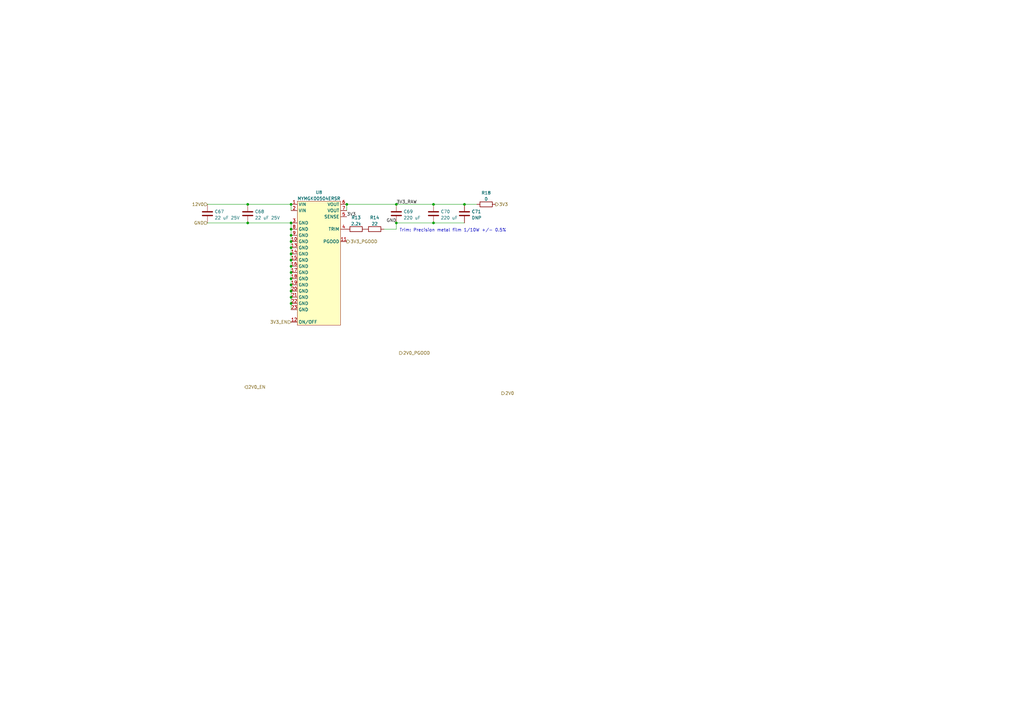
<source format=kicad_sch>
(kicad_sch (version 20231120) (generator "eeschema") (generator_version "8.0")
  (paper "A3")
  (title_block (title "AYRTON Main Board") (date "2024-11-21") (rev "0.1") (company "Antikernel Labs") (comment 1 "Andrew D. Zonenberg"))
  (lib_symbols
    (symbol "device:C" (pin_numbers hide) (pin_names (offset 0.254))
      (property "Reference" "C" (at 0.635 2.54 0))
      (property "Value" "C" (at 0.635 -2.54 0))
      (symbol "C_0_1"
        (polyline (pts (xy -2.032 -0.762) (xy 2.032 -0.762)) (stroke (width 0.508)))
        (polyline (pts (xy -2.032 0.762) (xy 2.032 0.762)) (stroke (width 0.508)))
      )
      (symbol "C_1_1"
        (pin passive line (at 0 3.81 270) (length 2.794) (name "~") (number "1"))
        (pin passive line (at 0 -3.81 90) (length 2.794) (name "~") (number "2"))
      )
    )
    (symbol "device:R" (pin_numbers hide) (pin_names (offset 0))
      (property "Reference" "R" (at 2.032 0 90))
      (property "Value" "R" (at 0 0 90))
      (symbol "R_0_1"
        (rectangle (start -1.016 -2.54) (end 1.016 2.54) (stroke (width 0.254)))
      )
      (symbol "R_1_1"
        (pin passive line (at 0 3.81 270) (length 1.27) (name "~") (number "1"))
        (pin passive line (at 0 -3.81 90) (length 1.27) (name "~") (number "2"))
      )
    )
    (symbol "passive-azonenberg:R_PWR" (pin_numbers hide) (pin_names (offset 0))
      (property "Reference" "R" (at 2.032 0 90))
      (property "Value" "R_PWR" (at 0 0 90))
      (symbol "R_PWR_0_1"
        (rectangle (start -1.016 -2.54) (end 1.016 2.54) (stroke (width 0.254)))
      )
      (symbol "R_PWR_1_1"
        (pin power_out line (at 0 3.81 270) (length 1.27) (name "~") (number "1"))
        (pin power_in line (at 0 -3.81 90) (length 1.27) (name "~") (number "2"))
      )
    )
    (symbol "power-azonenberg:MYMGK00504ERSR"
      (property "Reference" "U" (at 0 -2.54 0))
      (property "Value" "MYMGK00504ERSR" (at 0 -5.08 0))
      (symbol "MYMGK00504ERSR_0_1"
        (rectangle (start 0 50.8) (end 17.78 0) (stroke (width 0.1524)) (fill (type background)))
      )
      (symbol "MYMGK00504ERSR_1_1"
        (pin power_in line (at -2.54 49.53 0) (length 2.54) (name "VIN") (number "1"))
        (pin power_in line (at -2.54 34.29 0) (length 2.54) (name "GND") (number "10"))
        (pin output line (at 20.32 34.29 180) (length 2.54) (name "PGOOD") (number "11"))
        (pin input line (at -2.54 1.27 0) (length 2.54) (name "ON/OFF") (number "12"))
        (pin power_in line (at -2.54 31.75 0) (length 2.54) (name "GND") (number "13"))
        (pin power_in line (at -2.54 29.21 0) (length 2.54) (name "GND") (number "14"))
        (pin power_in line (at -2.54 26.67 0) (length 2.54) (name "GND") (number "15"))
        (pin power_in line (at -2.54 24.13 0) (length 2.54) (name "GND") (number "16"))
        (pin power_in line (at -2.54 21.59 0) (length 2.54) (name "GND") (number "17"))
        (pin power_in line (at -2.54 19.05 0) (length 2.54) (name "GND") (number "18"))
        (pin power_in line (at -2.54 16.51 0) (length 2.54) (name "GND") (number "19"))
        (pin power_in line (at -2.54 46.99 0) (length 2.54) (name "VIN") (number "2"))
        (pin power_in line (at -2.54 13.97 0) (length 2.54) (name "GND") (number "20"))
        (pin power_in line (at -2.54 11.43 0) (length 2.54) (name "GND") (number "21"))
        (pin power_in line (at -2.54 8.89 0) (length 2.54) (name "GND") (number "22"))
        (pin power_in line (at -2.54 6.35 0) (length 2.54) (name "GND") (number "23"))
        (pin power_in line (at -2.54 41.91 0) (length 2.54) (name "GND") (number "3"))
        (pin input line (at 20.32 39.37 180) (length 2.54) (name "TRIM") (number "4"))
        (pin input line (at 20.32 44.45 180) (length 2.54) (name "SENSE") (number "5"))
        (pin power_out line (at 20.32 49.53 180) (length 2.54) (name "VOUT") (number "6"))
        (pin power_in line (at 20.32 46.99 180) (length 2.54) (name "VOUT") (number "7"))
        (pin power_in line (at -2.54 39.37 0) (length 2.54) (name "GND") (number "8"))
        (pin power_in line (at -2.54 36.83 0) (length 2.54) (name "GND") (number "9"))
      )
    )
  )
  (junction (at 119.38 93.98))
  (junction (at 119.38 121.92))
  (junction (at 119.38 109.22))
  (junction (at 119.38 111.76))
  (junction (at 101.6 83.82))
  (junction (at 119.38 96.52))
  (junction (at 162.56 83.82))
  (junction (at 119.38 99.06))
  (junction (at 119.38 114.3))
  (junction (at 119.38 101.6))
  (junction (at 119.38 83.82))
  (junction (at 177.8 83.82))
  (junction (at 119.38 119.38))
  (junction (at 142.24 83.82))
  (junction (at 119.38 116.84))
  (junction (at 162.56 91.44))
  (junction (at 119.38 124.46))
  (junction (at 177.8 91.44))
  (junction (at 119.38 104.14))
  (junction (at 101.6 91.44))
  (junction (at 190.5 83.82))
  (junction (at 119.38 106.68))
  (junction (at 119.38 91.44))
  (wire (pts (xy 190.5 83.82) (xy 195.58 83.82)))
  (wire (pts (xy 162.56 93.98) (xy 162.56 91.44)))
  (wire (pts (xy 119.38 104.14) (xy 119.38 106.68)))
  (wire (pts (xy 119.38 111.76) (xy 119.38 114.3)))
  (wire (pts (xy 177.8 91.44) (xy 190.5 91.44)))
  (wire (pts (xy 119.38 124.46) (xy 119.38 127)))
  (wire (pts (xy 157.48 93.98) (xy 162.56 93.98)))
  (wire (pts (xy 119.38 119.38) (xy 119.38 121.92)))
  (wire (pts (xy 119.38 121.92) (xy 119.38 124.46)))
  (wire (pts (xy 101.6 83.82) (xy 119.38 83.82)))
  (wire (pts (xy 142.24 83.82) (xy 162.56 83.82)))
  (wire (pts (xy 162.56 83.82) (xy 177.8 83.82)))
  (wire (pts (xy 119.38 109.22) (xy 119.38 111.76)))
  (wire (pts (xy 119.38 101.6) (xy 119.38 104.14)))
  (wire (pts (xy 119.38 116.84) (xy 119.38 119.38)))
  (wire (pts (xy 119.38 83.82) (xy 119.38 86.36)))
  (wire (pts (xy 142.24 86.36) (xy 142.24 83.82)))
  (wire (pts (xy 119.38 96.52) (xy 119.38 99.06)))
  (wire (pts (xy 119.38 99.06) (xy 119.38 101.6)))
  (wire (pts (xy 85.09 91.44) (xy 101.6 91.44)))
  (wire (pts (xy 162.56 91.44) (xy 177.8 91.44)))
  (wire (pts (xy 119.38 91.44) (xy 119.38 93.98)))
  (wire (pts (xy 119.38 114.3) (xy 119.38 116.84)))
  (wire (pts (xy 101.6 91.44) (xy 119.38 91.44)))
  (wire (pts (xy 119.38 106.68) (xy 119.38 109.22)))
  (wire (pts (xy 177.8 83.82) (xy 190.5 83.82)))
  (wire (pts (xy 119.38 93.98) (xy 119.38 96.52)))
  (wire (pts (xy 85.09 83.82) (xy 101.6 83.82)))
  (text "Trim: Precision metal film 1/10W +/- 0.5%" (at 163.83 95.25 0) (effects (font (size 1.27 1.27)) (justify left bottom)))
  (label "GND" (at 162.56 91.44 180))
  (label "3V3" (at 142.24 88.9 0))
  (label "3V3_RAW" (at 162.56 83.82 0))
  (hierarchical_label "2V0" (shape output) (at 205.74 161.29 0))
  (hierarchical_label "2V0_PGOOD" (shape output) (at 163.83 144.78 0))
  (hierarchical_label "12V0" (shape input) (at 85.09 83.82 180))
  (hierarchical_label "GND" (shape input) (at 85.09 91.44 180))
  (hierarchical_label "3V3" (shape output) (at 203.2 83.82 0))
  (hierarchical_label "3V3_EN" (shape input) (at 119.38 132.08 180))
  (hierarchical_label "3V3_PGOOD" (shape output) (at 142.24 99.06 0))
  (hierarchical_label "2V0_EN" (shape input) (at 100.33 158.75 0))
  (symbol (lib_id "device:C") (at 177.8 87.63 0) (unit 1)
    (property "Reference" "C70" (at 180.721 86.7953 0) (effects (justify left)))
    (property "Value" "220 uF" (at 180.721 89.3322 0) (effects (justify left)))
    (property "Footprint" "azonenberg_pcb:EIA_1210_CAP_NOSILK" (effects (hide yes)))
  )
  (symbol (lib_id "device:R") (at 153.67 93.98 270) (unit 1)
    (property "Reference" "R14" (at 153.67 89.2642 90))
    (property "Value" "22" (at 153.67 91.8011 90))
    (property "Footprint" "azonenberg_pcb:EIA_0402_RES_NOSILK" (effects (hide yes)))
  )
  (symbol (lib_id "passive-azonenberg:R_PWR") (at 199.39 83.82 270) (unit 1)
    (property "Reference" "R18" (at 199.39 79.1042 90))
    (property "Value" "0" (at 199.39 81.6411 90))
    (property "Footprint" "azonenberg_pcb:EIA_0402_RES_NOSILK" (effects (hide yes)))
  )
  (symbol (lib_id "device:C") (at 101.6 87.63 0) (unit 1)
    (property "Reference" "C68" (at 104.521 86.7953 0) (effects (justify left)))
    (property "Value" "22 uF 25V" (at 104.521 89.3322 0) (effects (justify left)))
    (property "Footprint" "azonenberg_pcb:EIA_1812_CAP_NOSILK" (effects (hide yes)))
  )
  (symbol (lib_id "device:C") (at 85.09 87.63 0) (unit 1)
    (property "Reference" "C67" (at 88.011 86.7953 0) (effects (justify left)))
    (property "Value" "22 uF 25V" (at 88.011 89.3322 0) (effects (justify left)))
    (property "Footprint" "azonenberg_pcb:EIA_1812_CAP_NOSILK" (effects (hide yes)))
  )
  (symbol (lib_id "device:C") (at 162.56 87.63 0) (unit 1)
    (property "Reference" "C69" (at 165.481 86.7953 0) (effects (justify left)))
    (property "Value" "220 uF" (at 165.481 89.3322 0) (effects (justify left)))
    (property "Footprint" "azonenberg_pcb:EIA_1210_CAP_NOSILK" (effects (hide yes)))
  )
  (symbol (lib_id "device:C") (at 190.5 87.63 0) (unit 1)
    (property "Reference" "C71" (at 193.421 86.7953 0) (effects (justify left)))
    (property "Value" "DNP" (at 193.421 89.3322 0) (effects (justify left)))
    (property "Footprint" "azonenberg_pcb:EIA_1210_CAP_NOSILK" (effects (hide yes)))
  )
  (symbol (lib_id "power-azonenberg:MYMGK00504ERSR") (at 121.92 133.35 0) (unit 1)
    (property "Reference" "U8" (at 130.81 78.901 0))
    (property "Value" "MYMGK00504ERSR" (at 130.81 81.4379 0))
    (property "Footprint" "azonenberg_pcb:MODULE_MURATA_MYMGK00504ERSR" (effects (hide yes)))
  )
  (symbol (lib_id "device:R") (at 146.05 93.98 90) (unit 1)
    (property "Reference" "R13" (at 146.05 89.2642 90))
    (property "Value" "2.2k" (at 146.05 91.8011 90))
    (property "Footprint" "azonenberg_pcb:EIA_0402_RES_NOSILK" (effects (hide yes)))
  )
)
</source>
